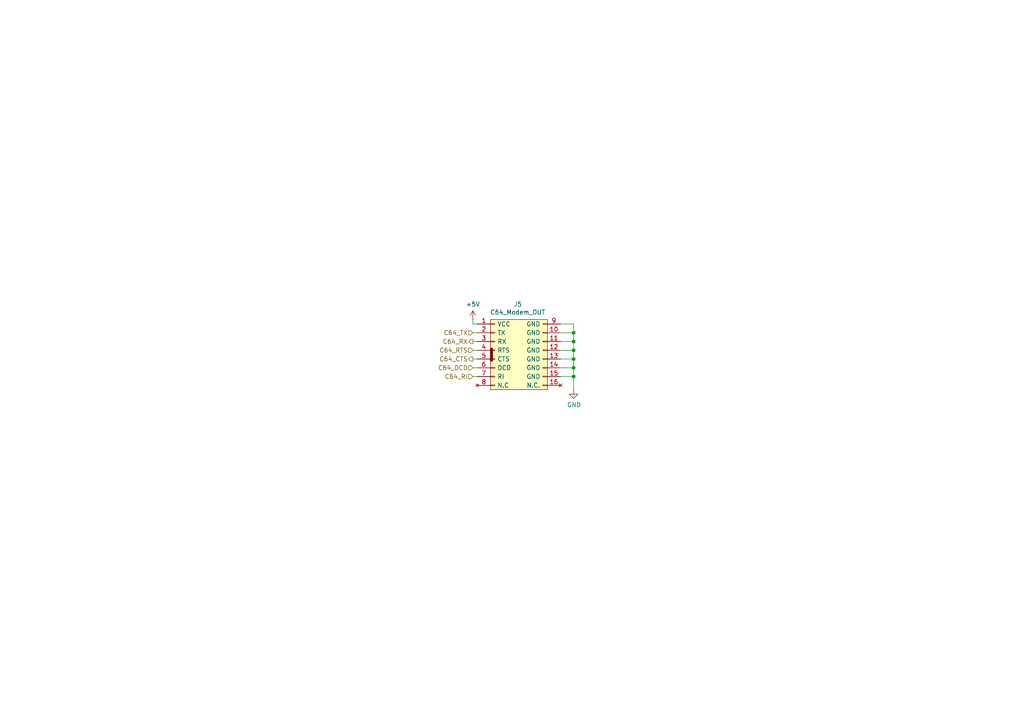
<source format=kicad_sch>
(kicad_sch (version 20231120) (generator "eeschema") (generator_version "8.0")
  (paper "A4")
  (title_block (title "BulkyModem Module (C64 UserPort)") (rev "A"))
  (lib_symbols
    (symbol "c64_adapter_idc:C64_Modem_OUT" (pin_names (offset 2.0066))
      (property "Reference" "J" (at 0 7.62 0))
      (property "Value" "C64_Modem_OUT" (at 0 -15.24 0))
      (symbol "C64_Modem_OUT_0_1"
        (rectangle (start -7.62 -1.905) (end -6.985 -5.715) (fill (type outline)))
        (rectangle (start -7.62 6.35) (end 8.89 -13.97) (fill (type background)))
      )
      (symbol "C64_Modem_OUT_1_1"
        (rectangle (start -7.62 -12.573) (end -6.35 -12.827) (stroke (width 0.1524)))
        (rectangle (start -7.62 -10.033) (end -6.35 -10.287) (stroke (width 0.1524)))
        (rectangle (start -7.62 -7.493) (end -6.35 -7.747) (stroke (width 0.1524)))
        (rectangle (start -7.62 -4.953) (end -6.35 -5.207) (stroke (width 0.1524)))
        (rectangle (start -7.62 -2.413) (end -6.35 -2.667) (stroke (width 0.1524)))
        (rectangle (start -7.62 0.127) (end -6.35 -0.127) (stroke (width 0.1524)))
        (rectangle (start -7.62 2.667) (end -6.35 2.413) (stroke (width 0.1524)))
        (rectangle (start -7.62 5.207) (end -6.35 4.953) (stroke (width 0.1524)))
        (rectangle (start 8.89 -12.573) (end 7.62 -12.827) (stroke (width 0.1524)))
        (rectangle (start 8.89 -10.033) (end 7.62 -10.287) (stroke (width 0.1524)))
        (rectangle (start 8.89 -7.493) (end 7.62 -7.747) (stroke (width 0.1524)))
        (rectangle (start 8.89 -4.953) (end 7.62 -5.207) (stroke (width 0.1524)))
        (rectangle (start 8.89 -2.413) (end 7.62 -2.667) (stroke (width 0.1524)))
        (rectangle (start 8.89 0.127) (end 7.62 -0.127) (stroke (width 0.1524)))
        (rectangle (start 8.89 2.667) (end 7.62 2.413) (stroke (width 0.1524)))
        (rectangle (start 8.89 5.207) (end 7.62 4.953) (stroke (width 0.1524)))
        (pin power_in line (at -11.43 5.08 0) (length 3.81) (name "VCC") (number "1"))
        (pin passive line (at 12.7 2.54 180) (length 3.81) (name "GND") (number "10"))
        (pin passive line (at 12.7 0 180) (length 3.81) (name "GND") (number "11"))
        (pin passive line (at 12.7 -2.54 180) (length 3.81) (name "GND") (number "12"))
        (pin passive line (at 12.7 -5.08 180) (length 3.81) (name "GND") (number "13"))
        (pin passive line (at 12.7 -7.62 180) (length 3.81) (name "GND") (number "14"))
        (pin passive line (at 12.7 -10.16 180) (length 3.81) (name "GND") (number "15"))
        (pin no_connect line (at 12.7 -12.7 180) (length 3.81) (name "N.C.") (number "16"))
        (pin input line (at -11.43 2.54 0) (length 3.81) (name "TX") (number "2"))
        (pin output line (at -11.43 0 0) (length 3.81) (name "RX") (number "3"))
        (pin input line (at -11.43 -2.54 0) (length 3.81) (name "RTS") (number "4"))
        (pin output line (at -11.43 -5.08 0) (length 3.81) (name "CTS") (number "5"))
        (pin input line (at -11.43 -7.62 0) (length 3.81) (name "DCD") (number "6"))
        (pin input line (at -11.43 -10.16 0) (length 3.81) (name "RI") (number "7"))
        (pin no_connect line (at -11.43 -12.7 0) (length 3.81) (name "N.C") (number "8"))
        (pin power_in line (at 12.7 5.08 180) (length 3.81) (name "GND") (number "9"))
      )
    )
    (symbol "power:+5V" (power) (pin_numbers hide) (pin_names (offset 0) hide)
      (property "Value" "+5V" (at 0 3.556 0))
      (symbol "+5V_0_1"
        (polyline (pts (xy -0.762 1.27) (xy 0 2.54)))
        (polyline (pts (xy 0 0) (xy 0 2.54)))
        (polyline (pts (xy 0 2.54) (xy 0.762 1.27)))
      )
      (symbol "+5V_1_1"
        (pin power_in line (at 0 0 90) (length 0) (name "~") (number "1"))
      )
    )
    (symbol "power:GND" (power) (pin_numbers hide) (pin_names (offset 0) hide)
      (property "Value" "GND" (at 0 -3.81 0))
      (symbol "GND_0_1"
        (polyline (pts (xy 0 0) (xy 0 -1.27) (xy 1.27 -1.27) (xy 0 -2.54) (xy -1.27 -1.27) (xy 0 -1.27)))
      )
      (symbol "GND_1_1"
        (pin power_in line (at 0 0 270) (length 0) (name "~") (number "1"))
      )
    )
  )
  (junction (at 166.37 109.22))
  (junction (at 166.37 96.52))
  (junction (at 166.37 104.14))
  (junction (at 166.37 99.06))
  (junction (at 166.37 106.68))
  (junction (at 166.37 101.6))
  (wire (pts (xy 166.37 106.68) (xy 166.37 109.22)))
  (wire (pts (xy 166.37 109.22) (xy 166.37 113.03)))
  (wire (pts (xy 162.56 106.68) (xy 166.37 106.68)))
  (wire (pts (xy 162.56 101.6) (xy 166.37 101.6)))
  (wire (pts (xy 137.16 106.68) (xy 138.43 106.68)))
  (wire (pts (xy 137.16 99.06) (xy 138.43 99.06)))
  (wire (pts (xy 137.16 93.98) (xy 137.16 92.71)))
  (wire (pts (xy 166.37 96.52) (xy 166.37 99.06)))
  (wire (pts (xy 137.16 96.52) (xy 138.43 96.52)))
  (wire (pts (xy 162.56 104.14) (xy 166.37 104.14)))
  (wire (pts (xy 166.37 104.14) (xy 166.37 106.68)))
  (wire (pts (xy 137.16 104.14) (xy 138.43 104.14)))
  (wire (pts (xy 162.56 93.98) (xy 166.37 93.98)))
  (wire (pts (xy 166.37 99.06) (xy 166.37 101.6)))
  (wire (pts (xy 162.56 96.52) (xy 166.37 96.52)))
  (wire (pts (xy 162.56 109.22) (xy 166.37 109.22)))
  (wire (pts (xy 162.56 99.06) (xy 166.37 99.06)))
  (wire (pts (xy 166.37 101.6) (xy 166.37 104.14)))
  (wire (pts (xy 138.43 109.22) (xy 137.16 109.22)))
  (wire (pts (xy 137.16 101.6) (xy 138.43 101.6)))
  (wire (pts (xy 138.43 93.98) (xy 137.16 93.98)))
  (wire (pts (xy 166.37 93.98) (xy 166.37 96.52)))
  (hierarchical_label "C64_RTS" (shape input) (at 137.16 101.6 180))
  (hierarchical_label "C64_CTS" (shape output) (at 137.16 104.14 180))
  (hierarchical_label "C64_RI" (shape input) (at 137.16 109.22 180))
  (hierarchical_label "C64_DCD" (shape input) (at 137.16 106.68 180))
  (hierarchical_label "C64_TX" (shape input) (at 137.16 96.52 180))
  (hierarchical_label "C64_RX" (shape output) (at 137.16 99.06 180))
  (symbol (lib_id "c64_adapter_idc:C64_Modem_OUT") (at 149.86 99.06 0) (unit 1)
    (property "Reference" "J5" (at 150.1648 88.265 0))
    (property "Value" "C64_Modem_OUT" (at 150.1648 90.5764 0))
    (property "Footprint" "BulkyModem:UserPort_Adapter_IDC" (effects (hide yes)))
  )
  (symbol (lib_id "power:GND") (at 166.37 113.03 0) (unit 1)
    (property "Reference" "#PWR0139" (effects (hide yes)))
    (property "Value" "GND" (at 166.497 117.4242 0))
    (property "Description" "Power symbol creates a global label with name \"GND\" , ground" (effects (hide yes)))
  )
  (symbol (lib_id "power:+5V") (at 137.16 92.71 0) (unit 1)
    (property "Reference" "#PWR0140" (effects (hide yes)))
    (property "Value" "+5V" (at 137.16 88.265 0))
    (property "Description" "Power symbol creates a global label with name \"+5V\"" (effects (hide yes)))
  )
)
</source>
